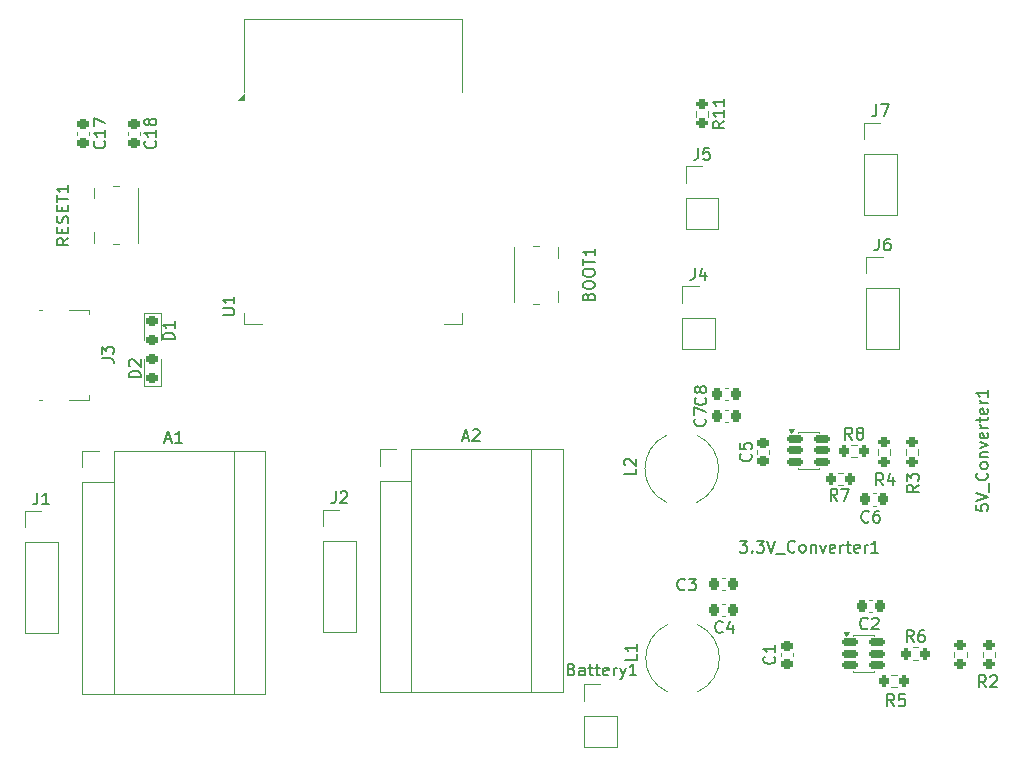
<source format=gto>
%TF.GenerationSoftware,KiCad,Pcbnew,9.0.6*%
%TF.CreationDate,2025-11-17T01:57:32-05:00*%
%TF.ProjectId,DoodleBot,446f6f64-6c65-4426-9f74-2e6b69636164,rev?*%
%TF.SameCoordinates,Original*%
%TF.FileFunction,Legend,Top*%
%TF.FilePolarity,Positive*%
%FSLAX46Y46*%
G04 Gerber Fmt 4.6, Leading zero omitted, Abs format (unit mm)*
G04 Created by KiCad (PCBNEW 9.0.6) date 2025-11-17 01:57:32*
%MOMM*%
%LPD*%
G01*
G04 APERTURE LIST*
G04 Aperture macros list*
%AMRoundRect*
0 Rectangle with rounded corners*
0 $1 Rounding radius*
0 $2 $3 $4 $5 $6 $7 $8 $9 X,Y pos of 4 corners*
0 Add a 4 corners polygon primitive as box body*
4,1,4,$2,$3,$4,$5,$6,$7,$8,$9,$2,$3,0*
0 Add four circle primitives for the rounded corners*
1,1,$1+$1,$2,$3*
1,1,$1+$1,$4,$5*
1,1,$1+$1,$6,$7*
1,1,$1+$1,$8,$9*
0 Add four rect primitives between the rounded corners*
20,1,$1+$1,$2,$3,$4,$5,0*
20,1,$1+$1,$4,$5,$6,$7,0*
20,1,$1+$1,$6,$7,$8,$9,0*
20,1,$1+$1,$8,$9,$2,$3,0*%
G04 Aperture macros list end*
%ADD10C,0.150000*%
%ADD11C,0.120000*%
%ADD12C,2.000000*%
%ADD13R,1.380000X0.450000*%
%ADD14R,1.300000X1.650000*%
%ADD15R,1.550000X1.425000*%
%ADD16R,1.900000X1.800000*%
%ADD17R,1.900000X1.000000*%
%ADD18R,1.000000X1.550000*%
%ADD19RoundRect,0.218750X-0.256250X0.218750X-0.256250X-0.218750X0.256250X-0.218750X0.256250X0.218750X0*%
%ADD20RoundRect,0.218750X0.256250X-0.218750X0.256250X0.218750X-0.256250X0.218750X-0.256250X-0.218750X0*%
%ADD21RoundRect,0.225000X-0.250000X0.225000X-0.250000X-0.225000X0.250000X-0.225000X0.250000X0.225000X0*%
%ADD22RoundRect,0.225000X0.225000X0.250000X-0.225000X0.250000X-0.225000X-0.250000X0.225000X-0.250000X0*%
%ADD23RoundRect,0.200000X0.275000X-0.200000X0.275000X0.200000X-0.275000X0.200000X-0.275000X-0.200000X0*%
%ADD24RoundRect,0.200000X-0.275000X0.200000X-0.275000X-0.200000X0.275000X-0.200000X0.275000X0.200000X0*%
%ADD25RoundRect,0.200000X-0.200000X-0.275000X0.200000X-0.275000X0.200000X0.275000X-0.200000X0.275000X0*%
%ADD26RoundRect,0.150000X-0.512500X-0.150000X0.512500X-0.150000X0.512500X0.150000X-0.512500X0.150000X0*%
%ADD27RoundRect,0.225000X-0.225000X-0.250000X0.225000X-0.250000X0.225000X0.250000X-0.225000X0.250000X0*%
%ADD28RoundRect,0.225000X0.250000X-0.225000X0.250000X0.225000X-0.250000X0.225000X-0.250000X-0.225000X0*%
%ADD29R,1.700000X1.700000*%
%ADD30C,1.700000*%
%ADD31R,1.500000X0.900000*%
%ADD32R,0.900000X1.500000*%
%ADD33C,0.600000*%
%ADD34R,3.900000X3.900000*%
%ADD35R,1.600000X1.600000*%
%ADD36O,1.600000X1.600000*%
G04 APERTURE END LIST*
D10*
X70779819Y-101020833D02*
X71494104Y-101020833D01*
X71494104Y-101020833D02*
X71636961Y-101068452D01*
X71636961Y-101068452D02*
X71732200Y-101163690D01*
X71732200Y-101163690D02*
X71779819Y-101306547D01*
X71779819Y-101306547D02*
X71779819Y-101401785D01*
X70779819Y-100639880D02*
X70779819Y-100020833D01*
X70779819Y-100020833D02*
X71160771Y-100354166D01*
X71160771Y-100354166D02*
X71160771Y-100211309D01*
X71160771Y-100211309D02*
X71208390Y-100116071D01*
X71208390Y-100116071D02*
X71256009Y-100068452D01*
X71256009Y-100068452D02*
X71351247Y-100020833D01*
X71351247Y-100020833D02*
X71589342Y-100020833D01*
X71589342Y-100020833D02*
X71684580Y-100068452D01*
X71684580Y-100068452D02*
X71732200Y-100116071D01*
X71732200Y-100116071D02*
X71779819Y-100211309D01*
X71779819Y-100211309D02*
X71779819Y-100497023D01*
X71779819Y-100497023D02*
X71732200Y-100592261D01*
X71732200Y-100592261D02*
X71684580Y-100639880D01*
X67954819Y-90828571D02*
X67478628Y-91161904D01*
X67954819Y-91399999D02*
X66954819Y-91399999D01*
X66954819Y-91399999D02*
X66954819Y-91019047D01*
X66954819Y-91019047D02*
X67002438Y-90923809D01*
X67002438Y-90923809D02*
X67050057Y-90876190D01*
X67050057Y-90876190D02*
X67145295Y-90828571D01*
X67145295Y-90828571D02*
X67288152Y-90828571D01*
X67288152Y-90828571D02*
X67383390Y-90876190D01*
X67383390Y-90876190D02*
X67431009Y-90923809D01*
X67431009Y-90923809D02*
X67478628Y-91019047D01*
X67478628Y-91019047D02*
X67478628Y-91399999D01*
X67431009Y-90399999D02*
X67431009Y-90066666D01*
X67954819Y-89923809D02*
X67954819Y-90399999D01*
X67954819Y-90399999D02*
X66954819Y-90399999D01*
X66954819Y-90399999D02*
X66954819Y-89923809D01*
X67907200Y-89542856D02*
X67954819Y-89399999D01*
X67954819Y-89399999D02*
X67954819Y-89161904D01*
X67954819Y-89161904D02*
X67907200Y-89066666D01*
X67907200Y-89066666D02*
X67859580Y-89019047D01*
X67859580Y-89019047D02*
X67764342Y-88971428D01*
X67764342Y-88971428D02*
X67669104Y-88971428D01*
X67669104Y-88971428D02*
X67573866Y-89019047D01*
X67573866Y-89019047D02*
X67526247Y-89066666D01*
X67526247Y-89066666D02*
X67478628Y-89161904D01*
X67478628Y-89161904D02*
X67431009Y-89352380D01*
X67431009Y-89352380D02*
X67383390Y-89447618D01*
X67383390Y-89447618D02*
X67335771Y-89495237D01*
X67335771Y-89495237D02*
X67240533Y-89542856D01*
X67240533Y-89542856D02*
X67145295Y-89542856D01*
X67145295Y-89542856D02*
X67050057Y-89495237D01*
X67050057Y-89495237D02*
X67002438Y-89447618D01*
X67002438Y-89447618D02*
X66954819Y-89352380D01*
X66954819Y-89352380D02*
X66954819Y-89114285D01*
X66954819Y-89114285D02*
X67002438Y-88971428D01*
X67431009Y-88542856D02*
X67431009Y-88209523D01*
X67954819Y-88066666D02*
X67954819Y-88542856D01*
X67954819Y-88542856D02*
X66954819Y-88542856D01*
X66954819Y-88542856D02*
X66954819Y-88066666D01*
X66954819Y-87780951D02*
X66954819Y-87209523D01*
X67954819Y-87495237D02*
X66954819Y-87495237D01*
X67954819Y-86352380D02*
X67954819Y-86923808D01*
X67954819Y-86638094D02*
X66954819Y-86638094D01*
X66954819Y-86638094D02*
X67097676Y-86733332D01*
X67097676Y-86733332D02*
X67192914Y-86828570D01*
X67192914Y-86828570D02*
X67240533Y-86923808D01*
X76934819Y-99400594D02*
X75934819Y-99400594D01*
X75934819Y-99400594D02*
X75934819Y-99162499D01*
X75934819Y-99162499D02*
X75982438Y-99019642D01*
X75982438Y-99019642D02*
X76077676Y-98924404D01*
X76077676Y-98924404D02*
X76172914Y-98876785D01*
X76172914Y-98876785D02*
X76363390Y-98829166D01*
X76363390Y-98829166D02*
X76506247Y-98829166D01*
X76506247Y-98829166D02*
X76696723Y-98876785D01*
X76696723Y-98876785D02*
X76791961Y-98924404D01*
X76791961Y-98924404D02*
X76887200Y-99019642D01*
X76887200Y-99019642D02*
X76934819Y-99162499D01*
X76934819Y-99162499D02*
X76934819Y-99400594D01*
X76934819Y-97876785D02*
X76934819Y-98448213D01*
X76934819Y-98162499D02*
X75934819Y-98162499D01*
X75934819Y-98162499D02*
X76077676Y-98257737D01*
X76077676Y-98257737D02*
X76172914Y-98352975D01*
X76172914Y-98352975D02*
X76220533Y-98448213D01*
X74074819Y-102625594D02*
X73074819Y-102625594D01*
X73074819Y-102625594D02*
X73074819Y-102387499D01*
X73074819Y-102387499D02*
X73122438Y-102244642D01*
X73122438Y-102244642D02*
X73217676Y-102149404D01*
X73217676Y-102149404D02*
X73312914Y-102101785D01*
X73312914Y-102101785D02*
X73503390Y-102054166D01*
X73503390Y-102054166D02*
X73646247Y-102054166D01*
X73646247Y-102054166D02*
X73836723Y-102101785D01*
X73836723Y-102101785D02*
X73931961Y-102149404D01*
X73931961Y-102149404D02*
X74027200Y-102244642D01*
X74027200Y-102244642D02*
X74074819Y-102387499D01*
X74074819Y-102387499D02*
X74074819Y-102625594D01*
X73170057Y-101673213D02*
X73122438Y-101625594D01*
X73122438Y-101625594D02*
X73074819Y-101530356D01*
X73074819Y-101530356D02*
X73074819Y-101292261D01*
X73074819Y-101292261D02*
X73122438Y-101197023D01*
X73122438Y-101197023D02*
X73170057Y-101149404D01*
X73170057Y-101149404D02*
X73265295Y-101101785D01*
X73265295Y-101101785D02*
X73360533Y-101101785D01*
X73360533Y-101101785D02*
X73503390Y-101149404D01*
X73503390Y-101149404D02*
X74074819Y-101720832D01*
X74074819Y-101720832D02*
X74074819Y-101101785D01*
X70989580Y-82617857D02*
X71037200Y-82665476D01*
X71037200Y-82665476D02*
X71084819Y-82808333D01*
X71084819Y-82808333D02*
X71084819Y-82903571D01*
X71084819Y-82903571D02*
X71037200Y-83046428D01*
X71037200Y-83046428D02*
X70941961Y-83141666D01*
X70941961Y-83141666D02*
X70846723Y-83189285D01*
X70846723Y-83189285D02*
X70656247Y-83236904D01*
X70656247Y-83236904D02*
X70513390Y-83236904D01*
X70513390Y-83236904D02*
X70322914Y-83189285D01*
X70322914Y-83189285D02*
X70227676Y-83141666D01*
X70227676Y-83141666D02*
X70132438Y-83046428D01*
X70132438Y-83046428D02*
X70084819Y-82903571D01*
X70084819Y-82903571D02*
X70084819Y-82808333D01*
X70084819Y-82808333D02*
X70132438Y-82665476D01*
X70132438Y-82665476D02*
X70180057Y-82617857D01*
X71084819Y-81665476D02*
X71084819Y-82236904D01*
X71084819Y-81951190D02*
X70084819Y-81951190D01*
X70084819Y-81951190D02*
X70227676Y-82046428D01*
X70227676Y-82046428D02*
X70322914Y-82141666D01*
X70322914Y-82141666D02*
X70370533Y-82236904D01*
X70084819Y-81332142D02*
X70084819Y-80665476D01*
X70084819Y-80665476D02*
X71084819Y-81094047D01*
X75289580Y-82617857D02*
X75337200Y-82665476D01*
X75337200Y-82665476D02*
X75384819Y-82808333D01*
X75384819Y-82808333D02*
X75384819Y-82903571D01*
X75384819Y-82903571D02*
X75337200Y-83046428D01*
X75337200Y-83046428D02*
X75241961Y-83141666D01*
X75241961Y-83141666D02*
X75146723Y-83189285D01*
X75146723Y-83189285D02*
X74956247Y-83236904D01*
X74956247Y-83236904D02*
X74813390Y-83236904D01*
X74813390Y-83236904D02*
X74622914Y-83189285D01*
X74622914Y-83189285D02*
X74527676Y-83141666D01*
X74527676Y-83141666D02*
X74432438Y-83046428D01*
X74432438Y-83046428D02*
X74384819Y-82903571D01*
X74384819Y-82903571D02*
X74384819Y-82808333D01*
X74384819Y-82808333D02*
X74432438Y-82665476D01*
X74432438Y-82665476D02*
X74480057Y-82617857D01*
X75384819Y-81665476D02*
X75384819Y-82236904D01*
X75384819Y-81951190D02*
X74384819Y-81951190D01*
X74384819Y-81951190D02*
X74527676Y-82046428D01*
X74527676Y-82046428D02*
X74622914Y-82141666D01*
X74622914Y-82141666D02*
X74670533Y-82236904D01*
X74813390Y-81094047D02*
X74765771Y-81189285D01*
X74765771Y-81189285D02*
X74718152Y-81236904D01*
X74718152Y-81236904D02*
X74622914Y-81284523D01*
X74622914Y-81284523D02*
X74575295Y-81284523D01*
X74575295Y-81284523D02*
X74480057Y-81236904D01*
X74480057Y-81236904D02*
X74432438Y-81189285D01*
X74432438Y-81189285D02*
X74384819Y-81094047D01*
X74384819Y-81094047D02*
X74384819Y-80903571D01*
X74384819Y-80903571D02*
X74432438Y-80808333D01*
X74432438Y-80808333D02*
X74480057Y-80760714D01*
X74480057Y-80760714D02*
X74575295Y-80713095D01*
X74575295Y-80713095D02*
X74622914Y-80713095D01*
X74622914Y-80713095D02*
X74718152Y-80760714D01*
X74718152Y-80760714D02*
X74765771Y-80808333D01*
X74765771Y-80808333D02*
X74813390Y-80903571D01*
X74813390Y-80903571D02*
X74813390Y-81094047D01*
X74813390Y-81094047D02*
X74861009Y-81189285D01*
X74861009Y-81189285D02*
X74908628Y-81236904D01*
X74908628Y-81236904D02*
X75003866Y-81284523D01*
X75003866Y-81284523D02*
X75194342Y-81284523D01*
X75194342Y-81284523D02*
X75289580Y-81236904D01*
X75289580Y-81236904D02*
X75337200Y-81189285D01*
X75337200Y-81189285D02*
X75384819Y-81094047D01*
X75384819Y-81094047D02*
X75384819Y-80903571D01*
X75384819Y-80903571D02*
X75337200Y-80808333D01*
X75337200Y-80808333D02*
X75289580Y-80760714D01*
X75289580Y-80760714D02*
X75194342Y-80713095D01*
X75194342Y-80713095D02*
X75003866Y-80713095D01*
X75003866Y-80713095D02*
X74908628Y-80760714D01*
X74908628Y-80760714D02*
X74861009Y-80808333D01*
X74861009Y-80808333D02*
X74813390Y-80903571D01*
X121840765Y-106125730D02*
X121888385Y-106173349D01*
X121888385Y-106173349D02*
X121936004Y-106316206D01*
X121936004Y-106316206D02*
X121936004Y-106411444D01*
X121936004Y-106411444D02*
X121888385Y-106554301D01*
X121888385Y-106554301D02*
X121793146Y-106649539D01*
X121793146Y-106649539D02*
X121697908Y-106697158D01*
X121697908Y-106697158D02*
X121507432Y-106744777D01*
X121507432Y-106744777D02*
X121364575Y-106744777D01*
X121364575Y-106744777D02*
X121174099Y-106697158D01*
X121174099Y-106697158D02*
X121078861Y-106649539D01*
X121078861Y-106649539D02*
X120983623Y-106554301D01*
X120983623Y-106554301D02*
X120936004Y-106411444D01*
X120936004Y-106411444D02*
X120936004Y-106316206D01*
X120936004Y-106316206D02*
X120983623Y-106173349D01*
X120983623Y-106173349D02*
X121031242Y-106125730D01*
X120936004Y-105792396D02*
X120936004Y-105125730D01*
X120936004Y-105125730D02*
X121936004Y-105554301D01*
X135608333Y-123859580D02*
X135560714Y-123907200D01*
X135560714Y-123907200D02*
X135417857Y-123954819D01*
X135417857Y-123954819D02*
X135322619Y-123954819D01*
X135322619Y-123954819D02*
X135179762Y-123907200D01*
X135179762Y-123907200D02*
X135084524Y-123811961D01*
X135084524Y-123811961D02*
X135036905Y-123716723D01*
X135036905Y-123716723D02*
X134989286Y-123526247D01*
X134989286Y-123526247D02*
X134989286Y-123383390D01*
X134989286Y-123383390D02*
X135036905Y-123192914D01*
X135036905Y-123192914D02*
X135084524Y-123097676D01*
X135084524Y-123097676D02*
X135179762Y-123002438D01*
X135179762Y-123002438D02*
X135322619Y-122954819D01*
X135322619Y-122954819D02*
X135417857Y-122954819D01*
X135417857Y-122954819D02*
X135560714Y-123002438D01*
X135560714Y-123002438D02*
X135608333Y-123050057D01*
X135989286Y-123050057D02*
X136036905Y-123002438D01*
X136036905Y-123002438D02*
X136132143Y-122954819D01*
X136132143Y-122954819D02*
X136370238Y-122954819D01*
X136370238Y-122954819D02*
X136465476Y-123002438D01*
X136465476Y-123002438D02*
X136513095Y-123050057D01*
X136513095Y-123050057D02*
X136560714Y-123145295D01*
X136560714Y-123145295D02*
X136560714Y-123240533D01*
X136560714Y-123240533D02*
X136513095Y-123383390D01*
X136513095Y-123383390D02*
X135941667Y-123954819D01*
X135941667Y-123954819D02*
X136560714Y-123954819D01*
X116004819Y-110366666D02*
X116004819Y-110842856D01*
X116004819Y-110842856D02*
X115004819Y-110842856D01*
X115100057Y-110080951D02*
X115052438Y-110033332D01*
X115052438Y-110033332D02*
X115004819Y-109938094D01*
X115004819Y-109938094D02*
X115004819Y-109699999D01*
X115004819Y-109699999D02*
X115052438Y-109604761D01*
X115052438Y-109604761D02*
X115100057Y-109557142D01*
X115100057Y-109557142D02*
X115195295Y-109509523D01*
X115195295Y-109509523D02*
X115290533Y-109509523D01*
X115290533Y-109509523D02*
X115433390Y-109557142D01*
X115433390Y-109557142D02*
X116004819Y-110128570D01*
X116004819Y-110128570D02*
X116004819Y-109509523D01*
X136933333Y-111754819D02*
X136600000Y-111278628D01*
X136361905Y-111754819D02*
X136361905Y-110754819D01*
X136361905Y-110754819D02*
X136742857Y-110754819D01*
X136742857Y-110754819D02*
X136838095Y-110802438D01*
X136838095Y-110802438D02*
X136885714Y-110850057D01*
X136885714Y-110850057D02*
X136933333Y-110945295D01*
X136933333Y-110945295D02*
X136933333Y-111088152D01*
X136933333Y-111088152D02*
X136885714Y-111183390D01*
X136885714Y-111183390D02*
X136838095Y-111231009D01*
X136838095Y-111231009D02*
X136742857Y-111278628D01*
X136742857Y-111278628D02*
X136361905Y-111278628D01*
X137790476Y-111088152D02*
X137790476Y-111754819D01*
X137552381Y-110707200D02*
X137314286Y-111421485D01*
X137314286Y-111421485D02*
X137933333Y-111421485D01*
X139936004Y-111725730D02*
X139459813Y-112059063D01*
X139936004Y-112297158D02*
X138936004Y-112297158D01*
X138936004Y-112297158D02*
X138936004Y-111916206D01*
X138936004Y-111916206D02*
X138983623Y-111820968D01*
X138983623Y-111820968D02*
X139031242Y-111773349D01*
X139031242Y-111773349D02*
X139126480Y-111725730D01*
X139126480Y-111725730D02*
X139269337Y-111725730D01*
X139269337Y-111725730D02*
X139364575Y-111773349D01*
X139364575Y-111773349D02*
X139412194Y-111820968D01*
X139412194Y-111820968D02*
X139459813Y-111916206D01*
X139459813Y-111916206D02*
X139459813Y-112297158D01*
X138936004Y-111392396D02*
X138936004Y-110773349D01*
X138936004Y-110773349D02*
X139316956Y-111106682D01*
X139316956Y-111106682D02*
X139316956Y-110963825D01*
X139316956Y-110963825D02*
X139364575Y-110868587D01*
X139364575Y-110868587D02*
X139412194Y-110820968D01*
X139412194Y-110820968D02*
X139507432Y-110773349D01*
X139507432Y-110773349D02*
X139745527Y-110773349D01*
X139745527Y-110773349D02*
X139840765Y-110820968D01*
X139840765Y-110820968D02*
X139888385Y-110868587D01*
X139888385Y-110868587D02*
X139936004Y-110963825D01*
X139936004Y-110963825D02*
X139936004Y-111249539D01*
X139936004Y-111249539D02*
X139888385Y-111344777D01*
X139888385Y-111344777D02*
X139840765Y-111392396D01*
X134314518Y-107883883D02*
X133981185Y-107407692D01*
X133743090Y-107883883D02*
X133743090Y-106883883D01*
X133743090Y-106883883D02*
X134124042Y-106883883D01*
X134124042Y-106883883D02*
X134219280Y-106931502D01*
X134219280Y-106931502D02*
X134266899Y-106979121D01*
X134266899Y-106979121D02*
X134314518Y-107074359D01*
X134314518Y-107074359D02*
X134314518Y-107217216D01*
X134314518Y-107217216D02*
X134266899Y-107312454D01*
X134266899Y-107312454D02*
X134219280Y-107360073D01*
X134219280Y-107360073D02*
X134124042Y-107407692D01*
X134124042Y-107407692D02*
X133743090Y-107407692D01*
X134885947Y-107312454D02*
X134790709Y-107264835D01*
X134790709Y-107264835D02*
X134743090Y-107217216D01*
X134743090Y-107217216D02*
X134695471Y-107121978D01*
X134695471Y-107121978D02*
X134695471Y-107074359D01*
X134695471Y-107074359D02*
X134743090Y-106979121D01*
X134743090Y-106979121D02*
X134790709Y-106931502D01*
X134790709Y-106931502D02*
X134885947Y-106883883D01*
X134885947Y-106883883D02*
X135076423Y-106883883D01*
X135076423Y-106883883D02*
X135171661Y-106931502D01*
X135171661Y-106931502D02*
X135219280Y-106979121D01*
X135219280Y-106979121D02*
X135266899Y-107074359D01*
X135266899Y-107074359D02*
X135266899Y-107121978D01*
X135266899Y-107121978D02*
X135219280Y-107217216D01*
X135219280Y-107217216D02*
X135171661Y-107264835D01*
X135171661Y-107264835D02*
X135076423Y-107312454D01*
X135076423Y-107312454D02*
X134885947Y-107312454D01*
X134885947Y-107312454D02*
X134790709Y-107360073D01*
X134790709Y-107360073D02*
X134743090Y-107407692D01*
X134743090Y-107407692D02*
X134695471Y-107502930D01*
X134695471Y-107502930D02*
X134695471Y-107693406D01*
X134695471Y-107693406D02*
X134743090Y-107788644D01*
X134743090Y-107788644D02*
X134790709Y-107836264D01*
X134790709Y-107836264D02*
X134885947Y-107883883D01*
X134885947Y-107883883D02*
X135076423Y-107883883D01*
X135076423Y-107883883D02*
X135171661Y-107836264D01*
X135171661Y-107836264D02*
X135219280Y-107788644D01*
X135219280Y-107788644D02*
X135266899Y-107693406D01*
X135266899Y-107693406D02*
X135266899Y-107502930D01*
X135266899Y-107502930D02*
X135219280Y-107407692D01*
X135219280Y-107407692D02*
X135171661Y-107360073D01*
X135171661Y-107360073D02*
X135076423Y-107312454D01*
X144804819Y-113395239D02*
X144804819Y-113871429D01*
X144804819Y-113871429D02*
X145281009Y-113919048D01*
X145281009Y-113919048D02*
X145233390Y-113871429D01*
X145233390Y-113871429D02*
X145185771Y-113776191D01*
X145185771Y-113776191D02*
X145185771Y-113538096D01*
X145185771Y-113538096D02*
X145233390Y-113442858D01*
X145233390Y-113442858D02*
X145281009Y-113395239D01*
X145281009Y-113395239D02*
X145376247Y-113347620D01*
X145376247Y-113347620D02*
X145614342Y-113347620D01*
X145614342Y-113347620D02*
X145709580Y-113395239D01*
X145709580Y-113395239D02*
X145757200Y-113442858D01*
X145757200Y-113442858D02*
X145804819Y-113538096D01*
X145804819Y-113538096D02*
X145804819Y-113776191D01*
X145804819Y-113776191D02*
X145757200Y-113871429D01*
X145757200Y-113871429D02*
X145709580Y-113919048D01*
X144804819Y-113061905D02*
X145804819Y-112728572D01*
X145804819Y-112728572D02*
X144804819Y-112395239D01*
X145900057Y-112300001D02*
X145900057Y-111538096D01*
X145709580Y-110728572D02*
X145757200Y-110776191D01*
X145757200Y-110776191D02*
X145804819Y-110919048D01*
X145804819Y-110919048D02*
X145804819Y-111014286D01*
X145804819Y-111014286D02*
X145757200Y-111157143D01*
X145757200Y-111157143D02*
X145661961Y-111252381D01*
X145661961Y-111252381D02*
X145566723Y-111300000D01*
X145566723Y-111300000D02*
X145376247Y-111347619D01*
X145376247Y-111347619D02*
X145233390Y-111347619D01*
X145233390Y-111347619D02*
X145042914Y-111300000D01*
X145042914Y-111300000D02*
X144947676Y-111252381D01*
X144947676Y-111252381D02*
X144852438Y-111157143D01*
X144852438Y-111157143D02*
X144804819Y-111014286D01*
X144804819Y-111014286D02*
X144804819Y-110919048D01*
X144804819Y-110919048D02*
X144852438Y-110776191D01*
X144852438Y-110776191D02*
X144900057Y-110728572D01*
X145804819Y-110157143D02*
X145757200Y-110252381D01*
X145757200Y-110252381D02*
X145709580Y-110300000D01*
X145709580Y-110300000D02*
X145614342Y-110347619D01*
X145614342Y-110347619D02*
X145328628Y-110347619D01*
X145328628Y-110347619D02*
X145233390Y-110300000D01*
X145233390Y-110300000D02*
X145185771Y-110252381D01*
X145185771Y-110252381D02*
X145138152Y-110157143D01*
X145138152Y-110157143D02*
X145138152Y-110014286D01*
X145138152Y-110014286D02*
X145185771Y-109919048D01*
X145185771Y-109919048D02*
X145233390Y-109871429D01*
X145233390Y-109871429D02*
X145328628Y-109823810D01*
X145328628Y-109823810D02*
X145614342Y-109823810D01*
X145614342Y-109823810D02*
X145709580Y-109871429D01*
X145709580Y-109871429D02*
X145757200Y-109919048D01*
X145757200Y-109919048D02*
X145804819Y-110014286D01*
X145804819Y-110014286D02*
X145804819Y-110157143D01*
X145138152Y-109395238D02*
X145804819Y-109395238D01*
X145233390Y-109395238D02*
X145185771Y-109347619D01*
X145185771Y-109347619D02*
X145138152Y-109252381D01*
X145138152Y-109252381D02*
X145138152Y-109109524D01*
X145138152Y-109109524D02*
X145185771Y-109014286D01*
X145185771Y-109014286D02*
X145281009Y-108966667D01*
X145281009Y-108966667D02*
X145804819Y-108966667D01*
X145138152Y-108585714D02*
X145804819Y-108347619D01*
X145804819Y-108347619D02*
X145138152Y-108109524D01*
X145757200Y-107347619D02*
X145804819Y-107442857D01*
X145804819Y-107442857D02*
X145804819Y-107633333D01*
X145804819Y-107633333D02*
X145757200Y-107728571D01*
X145757200Y-107728571D02*
X145661961Y-107776190D01*
X145661961Y-107776190D02*
X145281009Y-107776190D01*
X145281009Y-107776190D02*
X145185771Y-107728571D01*
X145185771Y-107728571D02*
X145138152Y-107633333D01*
X145138152Y-107633333D02*
X145138152Y-107442857D01*
X145138152Y-107442857D02*
X145185771Y-107347619D01*
X145185771Y-107347619D02*
X145281009Y-107300000D01*
X145281009Y-107300000D02*
X145376247Y-107300000D01*
X145376247Y-107300000D02*
X145471485Y-107776190D01*
X145804819Y-106871428D02*
X145138152Y-106871428D01*
X145328628Y-106871428D02*
X145233390Y-106823809D01*
X145233390Y-106823809D02*
X145185771Y-106776190D01*
X145185771Y-106776190D02*
X145138152Y-106680952D01*
X145138152Y-106680952D02*
X145138152Y-106585714D01*
X145138152Y-106395237D02*
X145138152Y-106014285D01*
X144804819Y-106252380D02*
X145661961Y-106252380D01*
X145661961Y-106252380D02*
X145757200Y-106204761D01*
X145757200Y-106204761D02*
X145804819Y-106109523D01*
X145804819Y-106109523D02*
X145804819Y-106014285D01*
X145757200Y-105299999D02*
X145804819Y-105395237D01*
X145804819Y-105395237D02*
X145804819Y-105585713D01*
X145804819Y-105585713D02*
X145757200Y-105680951D01*
X145757200Y-105680951D02*
X145661961Y-105728570D01*
X145661961Y-105728570D02*
X145281009Y-105728570D01*
X145281009Y-105728570D02*
X145185771Y-105680951D01*
X145185771Y-105680951D02*
X145138152Y-105585713D01*
X145138152Y-105585713D02*
X145138152Y-105395237D01*
X145138152Y-105395237D02*
X145185771Y-105299999D01*
X145185771Y-105299999D02*
X145281009Y-105252380D01*
X145281009Y-105252380D02*
X145376247Y-105252380D01*
X145376247Y-105252380D02*
X145471485Y-105728570D01*
X145804819Y-104823808D02*
X145138152Y-104823808D01*
X145328628Y-104823808D02*
X145233390Y-104776189D01*
X145233390Y-104776189D02*
X145185771Y-104728570D01*
X145185771Y-104728570D02*
X145138152Y-104633332D01*
X145138152Y-104633332D02*
X145138152Y-104538094D01*
X145804819Y-103680951D02*
X145804819Y-104252379D01*
X145804819Y-103966665D02*
X144804819Y-103966665D01*
X144804819Y-103966665D02*
X144947676Y-104061903D01*
X144947676Y-104061903D02*
X145042914Y-104157141D01*
X145042914Y-104157141D02*
X145090533Y-104252379D01*
X121865765Y-104325730D02*
X121913385Y-104373349D01*
X121913385Y-104373349D02*
X121961004Y-104516206D01*
X121961004Y-104516206D02*
X121961004Y-104611444D01*
X121961004Y-104611444D02*
X121913385Y-104754301D01*
X121913385Y-104754301D02*
X121818146Y-104849539D01*
X121818146Y-104849539D02*
X121722908Y-104897158D01*
X121722908Y-104897158D02*
X121532432Y-104944777D01*
X121532432Y-104944777D02*
X121389575Y-104944777D01*
X121389575Y-104944777D02*
X121199099Y-104897158D01*
X121199099Y-104897158D02*
X121103861Y-104849539D01*
X121103861Y-104849539D02*
X121008623Y-104754301D01*
X121008623Y-104754301D02*
X120961004Y-104611444D01*
X120961004Y-104611444D02*
X120961004Y-104516206D01*
X120961004Y-104516206D02*
X121008623Y-104373349D01*
X121008623Y-104373349D02*
X121056242Y-104325730D01*
X121389575Y-103754301D02*
X121341956Y-103849539D01*
X121341956Y-103849539D02*
X121294337Y-103897158D01*
X121294337Y-103897158D02*
X121199099Y-103944777D01*
X121199099Y-103944777D02*
X121151480Y-103944777D01*
X121151480Y-103944777D02*
X121056242Y-103897158D01*
X121056242Y-103897158D02*
X121008623Y-103849539D01*
X121008623Y-103849539D02*
X120961004Y-103754301D01*
X120961004Y-103754301D02*
X120961004Y-103563825D01*
X120961004Y-103563825D02*
X121008623Y-103468587D01*
X121008623Y-103468587D02*
X121056242Y-103420968D01*
X121056242Y-103420968D02*
X121151480Y-103373349D01*
X121151480Y-103373349D02*
X121199099Y-103373349D01*
X121199099Y-103373349D02*
X121294337Y-103420968D01*
X121294337Y-103420968D02*
X121341956Y-103468587D01*
X121341956Y-103468587D02*
X121389575Y-103563825D01*
X121389575Y-103563825D02*
X121389575Y-103754301D01*
X121389575Y-103754301D02*
X121437194Y-103849539D01*
X121437194Y-103849539D02*
X121484813Y-103897158D01*
X121484813Y-103897158D02*
X121580051Y-103944777D01*
X121580051Y-103944777D02*
X121770527Y-103944777D01*
X121770527Y-103944777D02*
X121865765Y-103897158D01*
X121865765Y-103897158D02*
X121913385Y-103849539D01*
X121913385Y-103849539D02*
X121961004Y-103754301D01*
X121961004Y-103754301D02*
X121961004Y-103563825D01*
X121961004Y-103563825D02*
X121913385Y-103468587D01*
X121913385Y-103468587D02*
X121865765Y-103420968D01*
X121865765Y-103420968D02*
X121770527Y-103373349D01*
X121770527Y-103373349D02*
X121580051Y-103373349D01*
X121580051Y-103373349D02*
X121484813Y-103420968D01*
X121484813Y-103420968D02*
X121437194Y-103468587D01*
X121437194Y-103468587D02*
X121389575Y-103563825D01*
X135714518Y-114818644D02*
X135666899Y-114866264D01*
X135666899Y-114866264D02*
X135524042Y-114913883D01*
X135524042Y-114913883D02*
X135428804Y-114913883D01*
X135428804Y-114913883D02*
X135285947Y-114866264D01*
X135285947Y-114866264D02*
X135190709Y-114771025D01*
X135190709Y-114771025D02*
X135143090Y-114675787D01*
X135143090Y-114675787D02*
X135095471Y-114485311D01*
X135095471Y-114485311D02*
X135095471Y-114342454D01*
X135095471Y-114342454D02*
X135143090Y-114151978D01*
X135143090Y-114151978D02*
X135190709Y-114056740D01*
X135190709Y-114056740D02*
X135285947Y-113961502D01*
X135285947Y-113961502D02*
X135428804Y-113913883D01*
X135428804Y-113913883D02*
X135524042Y-113913883D01*
X135524042Y-113913883D02*
X135666899Y-113961502D01*
X135666899Y-113961502D02*
X135714518Y-114009121D01*
X136571661Y-113913883D02*
X136381185Y-113913883D01*
X136381185Y-113913883D02*
X136285947Y-113961502D01*
X136285947Y-113961502D02*
X136238328Y-114009121D01*
X136238328Y-114009121D02*
X136143090Y-114151978D01*
X136143090Y-114151978D02*
X136095471Y-114342454D01*
X136095471Y-114342454D02*
X136095471Y-114723406D01*
X136095471Y-114723406D02*
X136143090Y-114818644D01*
X136143090Y-114818644D02*
X136190709Y-114866264D01*
X136190709Y-114866264D02*
X136285947Y-114913883D01*
X136285947Y-114913883D02*
X136476423Y-114913883D01*
X136476423Y-114913883D02*
X136571661Y-114866264D01*
X136571661Y-114866264D02*
X136619280Y-114818644D01*
X136619280Y-114818644D02*
X136666899Y-114723406D01*
X136666899Y-114723406D02*
X136666899Y-114485311D01*
X136666899Y-114485311D02*
X136619280Y-114390073D01*
X136619280Y-114390073D02*
X136571661Y-114342454D01*
X136571661Y-114342454D02*
X136476423Y-114294835D01*
X136476423Y-114294835D02*
X136285947Y-114294835D01*
X136285947Y-114294835D02*
X136190709Y-114342454D01*
X136190709Y-114342454D02*
X136143090Y-114390073D01*
X136143090Y-114390073D02*
X136095471Y-114485311D01*
X125710765Y-109100730D02*
X125758385Y-109148349D01*
X125758385Y-109148349D02*
X125806004Y-109291206D01*
X125806004Y-109291206D02*
X125806004Y-109386444D01*
X125806004Y-109386444D02*
X125758385Y-109529301D01*
X125758385Y-109529301D02*
X125663146Y-109624539D01*
X125663146Y-109624539D02*
X125567908Y-109672158D01*
X125567908Y-109672158D02*
X125377432Y-109719777D01*
X125377432Y-109719777D02*
X125234575Y-109719777D01*
X125234575Y-109719777D02*
X125044099Y-109672158D01*
X125044099Y-109672158D02*
X124948861Y-109624539D01*
X124948861Y-109624539D02*
X124853623Y-109529301D01*
X124853623Y-109529301D02*
X124806004Y-109386444D01*
X124806004Y-109386444D02*
X124806004Y-109291206D01*
X124806004Y-109291206D02*
X124853623Y-109148349D01*
X124853623Y-109148349D02*
X124901242Y-109100730D01*
X124806004Y-108195968D02*
X124806004Y-108672158D01*
X124806004Y-108672158D02*
X125282194Y-108719777D01*
X125282194Y-108719777D02*
X125234575Y-108672158D01*
X125234575Y-108672158D02*
X125186956Y-108576920D01*
X125186956Y-108576920D02*
X125186956Y-108338825D01*
X125186956Y-108338825D02*
X125234575Y-108243587D01*
X125234575Y-108243587D02*
X125282194Y-108195968D01*
X125282194Y-108195968D02*
X125377432Y-108148349D01*
X125377432Y-108148349D02*
X125615527Y-108148349D01*
X125615527Y-108148349D02*
X125710765Y-108195968D01*
X125710765Y-108195968D02*
X125758385Y-108243587D01*
X125758385Y-108243587D02*
X125806004Y-108338825D01*
X125806004Y-108338825D02*
X125806004Y-108576920D01*
X125806004Y-108576920D02*
X125758385Y-108672158D01*
X125758385Y-108672158D02*
X125710765Y-108719777D01*
X111981009Y-95758333D02*
X112028628Y-95615476D01*
X112028628Y-95615476D02*
X112076247Y-95567857D01*
X112076247Y-95567857D02*
X112171485Y-95520238D01*
X112171485Y-95520238D02*
X112314342Y-95520238D01*
X112314342Y-95520238D02*
X112409580Y-95567857D01*
X112409580Y-95567857D02*
X112457200Y-95615476D01*
X112457200Y-95615476D02*
X112504819Y-95710714D01*
X112504819Y-95710714D02*
X112504819Y-96091666D01*
X112504819Y-96091666D02*
X111504819Y-96091666D01*
X111504819Y-96091666D02*
X111504819Y-95758333D01*
X111504819Y-95758333D02*
X111552438Y-95663095D01*
X111552438Y-95663095D02*
X111600057Y-95615476D01*
X111600057Y-95615476D02*
X111695295Y-95567857D01*
X111695295Y-95567857D02*
X111790533Y-95567857D01*
X111790533Y-95567857D02*
X111885771Y-95615476D01*
X111885771Y-95615476D02*
X111933390Y-95663095D01*
X111933390Y-95663095D02*
X111981009Y-95758333D01*
X111981009Y-95758333D02*
X111981009Y-96091666D01*
X111504819Y-94901190D02*
X111504819Y-94710714D01*
X111504819Y-94710714D02*
X111552438Y-94615476D01*
X111552438Y-94615476D02*
X111647676Y-94520238D01*
X111647676Y-94520238D02*
X111838152Y-94472619D01*
X111838152Y-94472619D02*
X112171485Y-94472619D01*
X112171485Y-94472619D02*
X112361961Y-94520238D01*
X112361961Y-94520238D02*
X112457200Y-94615476D01*
X112457200Y-94615476D02*
X112504819Y-94710714D01*
X112504819Y-94710714D02*
X112504819Y-94901190D01*
X112504819Y-94901190D02*
X112457200Y-94996428D01*
X112457200Y-94996428D02*
X112361961Y-95091666D01*
X112361961Y-95091666D02*
X112171485Y-95139285D01*
X112171485Y-95139285D02*
X111838152Y-95139285D01*
X111838152Y-95139285D02*
X111647676Y-95091666D01*
X111647676Y-95091666D02*
X111552438Y-94996428D01*
X111552438Y-94996428D02*
X111504819Y-94901190D01*
X111504819Y-93853571D02*
X111504819Y-93663095D01*
X111504819Y-93663095D02*
X111552438Y-93567857D01*
X111552438Y-93567857D02*
X111647676Y-93472619D01*
X111647676Y-93472619D02*
X111838152Y-93425000D01*
X111838152Y-93425000D02*
X112171485Y-93425000D01*
X112171485Y-93425000D02*
X112361961Y-93472619D01*
X112361961Y-93472619D02*
X112457200Y-93567857D01*
X112457200Y-93567857D02*
X112504819Y-93663095D01*
X112504819Y-93663095D02*
X112504819Y-93853571D01*
X112504819Y-93853571D02*
X112457200Y-93948809D01*
X112457200Y-93948809D02*
X112361961Y-94044047D01*
X112361961Y-94044047D02*
X112171485Y-94091666D01*
X112171485Y-94091666D02*
X111838152Y-94091666D01*
X111838152Y-94091666D02*
X111647676Y-94044047D01*
X111647676Y-94044047D02*
X111552438Y-93948809D01*
X111552438Y-93948809D02*
X111504819Y-93853571D01*
X111504819Y-93139285D02*
X111504819Y-92567857D01*
X112504819Y-92853571D02*
X111504819Y-92853571D01*
X112504819Y-91710714D02*
X112504819Y-92282142D01*
X112504819Y-91996428D02*
X111504819Y-91996428D01*
X111504819Y-91996428D02*
X111647676Y-92091666D01*
X111647676Y-92091666D02*
X111742914Y-92186904D01*
X111742914Y-92186904D02*
X111790533Y-92282142D01*
X137858333Y-130454819D02*
X137525000Y-129978628D01*
X137286905Y-130454819D02*
X137286905Y-129454819D01*
X137286905Y-129454819D02*
X137667857Y-129454819D01*
X137667857Y-129454819D02*
X137763095Y-129502438D01*
X137763095Y-129502438D02*
X137810714Y-129550057D01*
X137810714Y-129550057D02*
X137858333Y-129645295D01*
X137858333Y-129645295D02*
X137858333Y-129788152D01*
X137858333Y-129788152D02*
X137810714Y-129883390D01*
X137810714Y-129883390D02*
X137763095Y-129931009D01*
X137763095Y-129931009D02*
X137667857Y-129978628D01*
X137667857Y-129978628D02*
X137286905Y-129978628D01*
X138763095Y-129454819D02*
X138286905Y-129454819D01*
X138286905Y-129454819D02*
X138239286Y-129931009D01*
X138239286Y-129931009D02*
X138286905Y-129883390D01*
X138286905Y-129883390D02*
X138382143Y-129835771D01*
X138382143Y-129835771D02*
X138620238Y-129835771D01*
X138620238Y-129835771D02*
X138715476Y-129883390D01*
X138715476Y-129883390D02*
X138763095Y-129931009D01*
X138763095Y-129931009D02*
X138810714Y-130026247D01*
X138810714Y-130026247D02*
X138810714Y-130264342D01*
X138810714Y-130264342D02*
X138763095Y-130359580D01*
X138763095Y-130359580D02*
X138715476Y-130407200D01*
X138715476Y-130407200D02*
X138620238Y-130454819D01*
X138620238Y-130454819D02*
X138382143Y-130454819D01*
X138382143Y-130454819D02*
X138286905Y-130407200D01*
X138286905Y-130407200D02*
X138239286Y-130359580D01*
X139508333Y-125024819D02*
X139175000Y-124548628D01*
X138936905Y-125024819D02*
X138936905Y-124024819D01*
X138936905Y-124024819D02*
X139317857Y-124024819D01*
X139317857Y-124024819D02*
X139413095Y-124072438D01*
X139413095Y-124072438D02*
X139460714Y-124120057D01*
X139460714Y-124120057D02*
X139508333Y-124215295D01*
X139508333Y-124215295D02*
X139508333Y-124358152D01*
X139508333Y-124358152D02*
X139460714Y-124453390D01*
X139460714Y-124453390D02*
X139413095Y-124501009D01*
X139413095Y-124501009D02*
X139317857Y-124548628D01*
X139317857Y-124548628D02*
X138936905Y-124548628D01*
X140365476Y-124024819D02*
X140175000Y-124024819D01*
X140175000Y-124024819D02*
X140079762Y-124072438D01*
X140079762Y-124072438D02*
X140032143Y-124120057D01*
X140032143Y-124120057D02*
X139936905Y-124262914D01*
X139936905Y-124262914D02*
X139889286Y-124453390D01*
X139889286Y-124453390D02*
X139889286Y-124834342D01*
X139889286Y-124834342D02*
X139936905Y-124929580D01*
X139936905Y-124929580D02*
X139984524Y-124977200D01*
X139984524Y-124977200D02*
X140079762Y-125024819D01*
X140079762Y-125024819D02*
X140270238Y-125024819D01*
X140270238Y-125024819D02*
X140365476Y-124977200D01*
X140365476Y-124977200D02*
X140413095Y-124929580D01*
X140413095Y-124929580D02*
X140460714Y-124834342D01*
X140460714Y-124834342D02*
X140460714Y-124596247D01*
X140460714Y-124596247D02*
X140413095Y-124501009D01*
X140413095Y-124501009D02*
X140365476Y-124453390D01*
X140365476Y-124453390D02*
X140270238Y-124405771D01*
X140270238Y-124405771D02*
X140079762Y-124405771D01*
X140079762Y-124405771D02*
X139984524Y-124453390D01*
X139984524Y-124453390D02*
X139936905Y-124501009D01*
X139936905Y-124501009D02*
X139889286Y-124596247D01*
X123484819Y-80942857D02*
X123008628Y-81276190D01*
X123484819Y-81514285D02*
X122484819Y-81514285D01*
X122484819Y-81514285D02*
X122484819Y-81133333D01*
X122484819Y-81133333D02*
X122532438Y-81038095D01*
X122532438Y-81038095D02*
X122580057Y-80990476D01*
X122580057Y-80990476D02*
X122675295Y-80942857D01*
X122675295Y-80942857D02*
X122818152Y-80942857D01*
X122818152Y-80942857D02*
X122913390Y-80990476D01*
X122913390Y-80990476D02*
X122961009Y-81038095D01*
X122961009Y-81038095D02*
X123008628Y-81133333D01*
X123008628Y-81133333D02*
X123008628Y-81514285D01*
X123484819Y-79990476D02*
X123484819Y-80561904D01*
X123484819Y-80276190D02*
X122484819Y-80276190D01*
X122484819Y-80276190D02*
X122627676Y-80371428D01*
X122627676Y-80371428D02*
X122722914Y-80466666D01*
X122722914Y-80466666D02*
X122770533Y-80561904D01*
X123484819Y-79038095D02*
X123484819Y-79609523D01*
X123484819Y-79323809D02*
X122484819Y-79323809D01*
X122484819Y-79323809D02*
X122627676Y-79419047D01*
X122627676Y-79419047D02*
X122722914Y-79514285D01*
X122722914Y-79514285D02*
X122770533Y-79609523D01*
X116054819Y-126066666D02*
X116054819Y-126542856D01*
X116054819Y-126542856D02*
X115054819Y-126542856D01*
X116054819Y-125209523D02*
X116054819Y-125780951D01*
X116054819Y-125495237D02*
X115054819Y-125495237D01*
X115054819Y-125495237D02*
X115197676Y-125590475D01*
X115197676Y-125590475D02*
X115292914Y-125685713D01*
X115292914Y-125685713D02*
X115340533Y-125780951D01*
X136366666Y-79514819D02*
X136366666Y-80229104D01*
X136366666Y-80229104D02*
X136319047Y-80371961D01*
X136319047Y-80371961D02*
X136223809Y-80467200D01*
X136223809Y-80467200D02*
X136080952Y-80514819D01*
X136080952Y-80514819D02*
X135985714Y-80514819D01*
X136747619Y-79514819D02*
X137414285Y-79514819D01*
X137414285Y-79514819D02*
X136985714Y-80514819D01*
X136566666Y-90874819D02*
X136566666Y-91589104D01*
X136566666Y-91589104D02*
X136519047Y-91731961D01*
X136519047Y-91731961D02*
X136423809Y-91827200D01*
X136423809Y-91827200D02*
X136280952Y-91874819D01*
X136280952Y-91874819D02*
X136185714Y-91874819D01*
X137471428Y-90874819D02*
X137280952Y-90874819D01*
X137280952Y-90874819D02*
X137185714Y-90922438D01*
X137185714Y-90922438D02*
X137138095Y-90970057D01*
X137138095Y-90970057D02*
X137042857Y-91112914D01*
X137042857Y-91112914D02*
X136995238Y-91303390D01*
X136995238Y-91303390D02*
X136995238Y-91684342D01*
X136995238Y-91684342D02*
X137042857Y-91779580D01*
X137042857Y-91779580D02*
X137090476Y-91827200D01*
X137090476Y-91827200D02*
X137185714Y-91874819D01*
X137185714Y-91874819D02*
X137376190Y-91874819D01*
X137376190Y-91874819D02*
X137471428Y-91827200D01*
X137471428Y-91827200D02*
X137519047Y-91779580D01*
X137519047Y-91779580D02*
X137566666Y-91684342D01*
X137566666Y-91684342D02*
X137566666Y-91446247D01*
X137566666Y-91446247D02*
X137519047Y-91351009D01*
X137519047Y-91351009D02*
X137471428Y-91303390D01*
X137471428Y-91303390D02*
X137376190Y-91255771D01*
X137376190Y-91255771D02*
X137185714Y-91255771D01*
X137185714Y-91255771D02*
X137090476Y-91303390D01*
X137090476Y-91303390D02*
X137042857Y-91351009D01*
X137042857Y-91351009D02*
X136995238Y-91446247D01*
X121266666Y-83199819D02*
X121266666Y-83914104D01*
X121266666Y-83914104D02*
X121219047Y-84056961D01*
X121219047Y-84056961D02*
X121123809Y-84152200D01*
X121123809Y-84152200D02*
X120980952Y-84199819D01*
X120980952Y-84199819D02*
X120885714Y-84199819D01*
X122219047Y-83199819D02*
X121742857Y-83199819D01*
X121742857Y-83199819D02*
X121695238Y-83676009D01*
X121695238Y-83676009D02*
X121742857Y-83628390D01*
X121742857Y-83628390D02*
X121838095Y-83580771D01*
X121838095Y-83580771D02*
X122076190Y-83580771D01*
X122076190Y-83580771D02*
X122171428Y-83628390D01*
X122171428Y-83628390D02*
X122219047Y-83676009D01*
X122219047Y-83676009D02*
X122266666Y-83771247D01*
X122266666Y-83771247D02*
X122266666Y-84009342D01*
X122266666Y-84009342D02*
X122219047Y-84104580D01*
X122219047Y-84104580D02*
X122171428Y-84152200D01*
X122171428Y-84152200D02*
X122076190Y-84199819D01*
X122076190Y-84199819D02*
X121838095Y-84199819D01*
X121838095Y-84199819D02*
X121742857Y-84152200D01*
X121742857Y-84152200D02*
X121695238Y-84104580D01*
X120966666Y-93374819D02*
X120966666Y-94089104D01*
X120966666Y-94089104D02*
X120919047Y-94231961D01*
X120919047Y-94231961D02*
X120823809Y-94327200D01*
X120823809Y-94327200D02*
X120680952Y-94374819D01*
X120680952Y-94374819D02*
X120585714Y-94374819D01*
X121871428Y-93708152D02*
X121871428Y-94374819D01*
X121633333Y-93327200D02*
X121395238Y-94041485D01*
X121395238Y-94041485D02*
X122014285Y-94041485D01*
X90566666Y-112274819D02*
X90566666Y-112989104D01*
X90566666Y-112989104D02*
X90519047Y-113131961D01*
X90519047Y-113131961D02*
X90423809Y-113227200D01*
X90423809Y-113227200D02*
X90280952Y-113274819D01*
X90280952Y-113274819D02*
X90185714Y-113274819D01*
X90995238Y-112370057D02*
X91042857Y-112322438D01*
X91042857Y-112322438D02*
X91138095Y-112274819D01*
X91138095Y-112274819D02*
X91376190Y-112274819D01*
X91376190Y-112274819D02*
X91471428Y-112322438D01*
X91471428Y-112322438D02*
X91519047Y-112370057D01*
X91519047Y-112370057D02*
X91566666Y-112465295D01*
X91566666Y-112465295D02*
X91566666Y-112560533D01*
X91566666Y-112560533D02*
X91519047Y-112703390D01*
X91519047Y-112703390D02*
X90947619Y-113274819D01*
X90947619Y-113274819D02*
X91566666Y-113274819D01*
X65326666Y-112374819D02*
X65326666Y-113089104D01*
X65326666Y-113089104D02*
X65279047Y-113231961D01*
X65279047Y-113231961D02*
X65183809Y-113327200D01*
X65183809Y-113327200D02*
X65040952Y-113374819D01*
X65040952Y-113374819D02*
X64945714Y-113374819D01*
X66326666Y-113374819D02*
X65755238Y-113374819D01*
X66040952Y-113374819D02*
X66040952Y-112374819D01*
X66040952Y-112374819D02*
X65945714Y-112517676D01*
X65945714Y-112517676D02*
X65850476Y-112612914D01*
X65850476Y-112612914D02*
X65755238Y-112660533D01*
X123333333Y-124159580D02*
X123285714Y-124207200D01*
X123285714Y-124207200D02*
X123142857Y-124254819D01*
X123142857Y-124254819D02*
X123047619Y-124254819D01*
X123047619Y-124254819D02*
X122904762Y-124207200D01*
X122904762Y-124207200D02*
X122809524Y-124111961D01*
X122809524Y-124111961D02*
X122761905Y-124016723D01*
X122761905Y-124016723D02*
X122714286Y-123826247D01*
X122714286Y-123826247D02*
X122714286Y-123683390D01*
X122714286Y-123683390D02*
X122761905Y-123492914D01*
X122761905Y-123492914D02*
X122809524Y-123397676D01*
X122809524Y-123397676D02*
X122904762Y-123302438D01*
X122904762Y-123302438D02*
X123047619Y-123254819D01*
X123047619Y-123254819D02*
X123142857Y-123254819D01*
X123142857Y-123254819D02*
X123285714Y-123302438D01*
X123285714Y-123302438D02*
X123333333Y-123350057D01*
X124190476Y-123588152D02*
X124190476Y-124254819D01*
X123952381Y-123207200D02*
X123714286Y-123921485D01*
X123714286Y-123921485D02*
X124333333Y-123921485D01*
X120133333Y-120559580D02*
X120085714Y-120607200D01*
X120085714Y-120607200D02*
X119942857Y-120654819D01*
X119942857Y-120654819D02*
X119847619Y-120654819D01*
X119847619Y-120654819D02*
X119704762Y-120607200D01*
X119704762Y-120607200D02*
X119609524Y-120511961D01*
X119609524Y-120511961D02*
X119561905Y-120416723D01*
X119561905Y-120416723D02*
X119514286Y-120226247D01*
X119514286Y-120226247D02*
X119514286Y-120083390D01*
X119514286Y-120083390D02*
X119561905Y-119892914D01*
X119561905Y-119892914D02*
X119609524Y-119797676D01*
X119609524Y-119797676D02*
X119704762Y-119702438D01*
X119704762Y-119702438D02*
X119847619Y-119654819D01*
X119847619Y-119654819D02*
X119942857Y-119654819D01*
X119942857Y-119654819D02*
X120085714Y-119702438D01*
X120085714Y-119702438D02*
X120133333Y-119750057D01*
X120466667Y-119654819D02*
X121085714Y-119654819D01*
X121085714Y-119654819D02*
X120752381Y-120035771D01*
X120752381Y-120035771D02*
X120895238Y-120035771D01*
X120895238Y-120035771D02*
X120990476Y-120083390D01*
X120990476Y-120083390D02*
X121038095Y-120131009D01*
X121038095Y-120131009D02*
X121085714Y-120226247D01*
X121085714Y-120226247D02*
X121085714Y-120464342D01*
X121085714Y-120464342D02*
X121038095Y-120559580D01*
X121038095Y-120559580D02*
X120990476Y-120607200D01*
X120990476Y-120607200D02*
X120895238Y-120654819D01*
X120895238Y-120654819D02*
X120609524Y-120654819D01*
X120609524Y-120654819D02*
X120514286Y-120607200D01*
X120514286Y-120607200D02*
X120466667Y-120559580D01*
X127704580Y-126266666D02*
X127752200Y-126314285D01*
X127752200Y-126314285D02*
X127799819Y-126457142D01*
X127799819Y-126457142D02*
X127799819Y-126552380D01*
X127799819Y-126552380D02*
X127752200Y-126695237D01*
X127752200Y-126695237D02*
X127656961Y-126790475D01*
X127656961Y-126790475D02*
X127561723Y-126838094D01*
X127561723Y-126838094D02*
X127371247Y-126885713D01*
X127371247Y-126885713D02*
X127228390Y-126885713D01*
X127228390Y-126885713D02*
X127037914Y-126838094D01*
X127037914Y-126838094D02*
X126942676Y-126790475D01*
X126942676Y-126790475D02*
X126847438Y-126695237D01*
X126847438Y-126695237D02*
X126799819Y-126552380D01*
X126799819Y-126552380D02*
X126799819Y-126457142D01*
X126799819Y-126457142D02*
X126847438Y-126314285D01*
X126847438Y-126314285D02*
X126895057Y-126266666D01*
X127799819Y-125314285D02*
X127799819Y-125885713D01*
X127799819Y-125599999D02*
X126799819Y-125599999D01*
X126799819Y-125599999D02*
X126942676Y-125695237D01*
X126942676Y-125695237D02*
X127037914Y-125790475D01*
X127037914Y-125790475D02*
X127085533Y-125885713D01*
X110552380Y-127331009D02*
X110695237Y-127378628D01*
X110695237Y-127378628D02*
X110742856Y-127426247D01*
X110742856Y-127426247D02*
X110790475Y-127521485D01*
X110790475Y-127521485D02*
X110790475Y-127664342D01*
X110790475Y-127664342D02*
X110742856Y-127759580D01*
X110742856Y-127759580D02*
X110695237Y-127807200D01*
X110695237Y-127807200D02*
X110599999Y-127854819D01*
X110599999Y-127854819D02*
X110219047Y-127854819D01*
X110219047Y-127854819D02*
X110219047Y-126854819D01*
X110219047Y-126854819D02*
X110552380Y-126854819D01*
X110552380Y-126854819D02*
X110647618Y-126902438D01*
X110647618Y-126902438D02*
X110695237Y-126950057D01*
X110695237Y-126950057D02*
X110742856Y-127045295D01*
X110742856Y-127045295D02*
X110742856Y-127140533D01*
X110742856Y-127140533D02*
X110695237Y-127235771D01*
X110695237Y-127235771D02*
X110647618Y-127283390D01*
X110647618Y-127283390D02*
X110552380Y-127331009D01*
X110552380Y-127331009D02*
X110219047Y-127331009D01*
X111647618Y-127854819D02*
X111647618Y-127331009D01*
X111647618Y-127331009D02*
X111599999Y-127235771D01*
X111599999Y-127235771D02*
X111504761Y-127188152D01*
X111504761Y-127188152D02*
X111314285Y-127188152D01*
X111314285Y-127188152D02*
X111219047Y-127235771D01*
X111647618Y-127807200D02*
X111552380Y-127854819D01*
X111552380Y-127854819D02*
X111314285Y-127854819D01*
X111314285Y-127854819D02*
X111219047Y-127807200D01*
X111219047Y-127807200D02*
X111171428Y-127711961D01*
X111171428Y-127711961D02*
X111171428Y-127616723D01*
X111171428Y-127616723D02*
X111219047Y-127521485D01*
X111219047Y-127521485D02*
X111314285Y-127473866D01*
X111314285Y-127473866D02*
X111552380Y-127473866D01*
X111552380Y-127473866D02*
X111647618Y-127426247D01*
X111980952Y-127188152D02*
X112361904Y-127188152D01*
X112123809Y-126854819D02*
X112123809Y-127711961D01*
X112123809Y-127711961D02*
X112171428Y-127807200D01*
X112171428Y-127807200D02*
X112266666Y-127854819D01*
X112266666Y-127854819D02*
X112361904Y-127854819D01*
X112552381Y-127188152D02*
X112933333Y-127188152D01*
X112695238Y-126854819D02*
X112695238Y-127711961D01*
X112695238Y-127711961D02*
X112742857Y-127807200D01*
X112742857Y-127807200D02*
X112838095Y-127854819D01*
X112838095Y-127854819D02*
X112933333Y-127854819D01*
X113647619Y-127807200D02*
X113552381Y-127854819D01*
X113552381Y-127854819D02*
X113361905Y-127854819D01*
X113361905Y-127854819D02*
X113266667Y-127807200D01*
X113266667Y-127807200D02*
X113219048Y-127711961D01*
X113219048Y-127711961D02*
X113219048Y-127331009D01*
X113219048Y-127331009D02*
X113266667Y-127235771D01*
X113266667Y-127235771D02*
X113361905Y-127188152D01*
X113361905Y-127188152D02*
X113552381Y-127188152D01*
X113552381Y-127188152D02*
X113647619Y-127235771D01*
X113647619Y-127235771D02*
X113695238Y-127331009D01*
X113695238Y-127331009D02*
X113695238Y-127426247D01*
X113695238Y-127426247D02*
X113219048Y-127521485D01*
X114123810Y-127854819D02*
X114123810Y-127188152D01*
X114123810Y-127378628D02*
X114171429Y-127283390D01*
X114171429Y-127283390D02*
X114219048Y-127235771D01*
X114219048Y-127235771D02*
X114314286Y-127188152D01*
X114314286Y-127188152D02*
X114409524Y-127188152D01*
X114647620Y-127188152D02*
X114885715Y-127854819D01*
X115123810Y-127188152D02*
X114885715Y-127854819D01*
X114885715Y-127854819D02*
X114790477Y-128092914D01*
X114790477Y-128092914D02*
X114742858Y-128140533D01*
X114742858Y-128140533D02*
X114647620Y-128188152D01*
X116028572Y-127854819D02*
X115457144Y-127854819D01*
X115742858Y-127854819D02*
X115742858Y-126854819D01*
X115742858Y-126854819D02*
X115647620Y-126997676D01*
X115647620Y-126997676D02*
X115552382Y-127092914D01*
X115552382Y-127092914D02*
X115457144Y-127140533D01*
X124794047Y-116454819D02*
X125413094Y-116454819D01*
X125413094Y-116454819D02*
X125079761Y-116835771D01*
X125079761Y-116835771D02*
X125222618Y-116835771D01*
X125222618Y-116835771D02*
X125317856Y-116883390D01*
X125317856Y-116883390D02*
X125365475Y-116931009D01*
X125365475Y-116931009D02*
X125413094Y-117026247D01*
X125413094Y-117026247D02*
X125413094Y-117264342D01*
X125413094Y-117264342D02*
X125365475Y-117359580D01*
X125365475Y-117359580D02*
X125317856Y-117407200D01*
X125317856Y-117407200D02*
X125222618Y-117454819D01*
X125222618Y-117454819D02*
X124936904Y-117454819D01*
X124936904Y-117454819D02*
X124841666Y-117407200D01*
X124841666Y-117407200D02*
X124794047Y-117359580D01*
X125841666Y-117359580D02*
X125889285Y-117407200D01*
X125889285Y-117407200D02*
X125841666Y-117454819D01*
X125841666Y-117454819D02*
X125794047Y-117407200D01*
X125794047Y-117407200D02*
X125841666Y-117359580D01*
X125841666Y-117359580D02*
X125841666Y-117454819D01*
X126222618Y-116454819D02*
X126841665Y-116454819D01*
X126841665Y-116454819D02*
X126508332Y-116835771D01*
X126508332Y-116835771D02*
X126651189Y-116835771D01*
X126651189Y-116835771D02*
X126746427Y-116883390D01*
X126746427Y-116883390D02*
X126794046Y-116931009D01*
X126794046Y-116931009D02*
X126841665Y-117026247D01*
X126841665Y-117026247D02*
X126841665Y-117264342D01*
X126841665Y-117264342D02*
X126794046Y-117359580D01*
X126794046Y-117359580D02*
X126746427Y-117407200D01*
X126746427Y-117407200D02*
X126651189Y-117454819D01*
X126651189Y-117454819D02*
X126365475Y-117454819D01*
X126365475Y-117454819D02*
X126270237Y-117407200D01*
X126270237Y-117407200D02*
X126222618Y-117359580D01*
X127127380Y-116454819D02*
X127460713Y-117454819D01*
X127460713Y-117454819D02*
X127794046Y-116454819D01*
X127889285Y-117550057D02*
X128651189Y-117550057D01*
X129460713Y-117359580D02*
X129413094Y-117407200D01*
X129413094Y-117407200D02*
X129270237Y-117454819D01*
X129270237Y-117454819D02*
X129174999Y-117454819D01*
X129174999Y-117454819D02*
X129032142Y-117407200D01*
X129032142Y-117407200D02*
X128936904Y-117311961D01*
X128936904Y-117311961D02*
X128889285Y-117216723D01*
X128889285Y-117216723D02*
X128841666Y-117026247D01*
X128841666Y-117026247D02*
X128841666Y-116883390D01*
X128841666Y-116883390D02*
X128889285Y-116692914D01*
X128889285Y-116692914D02*
X128936904Y-116597676D01*
X128936904Y-116597676D02*
X129032142Y-116502438D01*
X129032142Y-116502438D02*
X129174999Y-116454819D01*
X129174999Y-116454819D02*
X129270237Y-116454819D01*
X129270237Y-116454819D02*
X129413094Y-116502438D01*
X129413094Y-116502438D02*
X129460713Y-116550057D01*
X130032142Y-117454819D02*
X129936904Y-117407200D01*
X129936904Y-117407200D02*
X129889285Y-117359580D01*
X129889285Y-117359580D02*
X129841666Y-117264342D01*
X129841666Y-117264342D02*
X129841666Y-116978628D01*
X129841666Y-116978628D02*
X129889285Y-116883390D01*
X129889285Y-116883390D02*
X129936904Y-116835771D01*
X129936904Y-116835771D02*
X130032142Y-116788152D01*
X130032142Y-116788152D02*
X130174999Y-116788152D01*
X130174999Y-116788152D02*
X130270237Y-116835771D01*
X130270237Y-116835771D02*
X130317856Y-116883390D01*
X130317856Y-116883390D02*
X130365475Y-116978628D01*
X130365475Y-116978628D02*
X130365475Y-117264342D01*
X130365475Y-117264342D02*
X130317856Y-117359580D01*
X130317856Y-117359580D02*
X130270237Y-117407200D01*
X130270237Y-117407200D02*
X130174999Y-117454819D01*
X130174999Y-117454819D02*
X130032142Y-117454819D01*
X130794047Y-116788152D02*
X130794047Y-117454819D01*
X130794047Y-116883390D02*
X130841666Y-116835771D01*
X130841666Y-116835771D02*
X130936904Y-116788152D01*
X130936904Y-116788152D02*
X131079761Y-116788152D01*
X131079761Y-116788152D02*
X131174999Y-116835771D01*
X131174999Y-116835771D02*
X131222618Y-116931009D01*
X131222618Y-116931009D02*
X131222618Y-117454819D01*
X131603571Y-116788152D02*
X131841666Y-117454819D01*
X131841666Y-117454819D02*
X132079761Y-116788152D01*
X132841666Y-117407200D02*
X132746428Y-117454819D01*
X132746428Y-117454819D02*
X132555952Y-117454819D01*
X132555952Y-117454819D02*
X132460714Y-117407200D01*
X132460714Y-117407200D02*
X132413095Y-117311961D01*
X132413095Y-117311961D02*
X132413095Y-116931009D01*
X132413095Y-116931009D02*
X132460714Y-116835771D01*
X132460714Y-116835771D02*
X132555952Y-116788152D01*
X132555952Y-116788152D02*
X132746428Y-116788152D01*
X132746428Y-116788152D02*
X132841666Y-116835771D01*
X132841666Y-116835771D02*
X132889285Y-116931009D01*
X132889285Y-116931009D02*
X132889285Y-117026247D01*
X132889285Y-117026247D02*
X132413095Y-117121485D01*
X133317857Y-117454819D02*
X133317857Y-116788152D01*
X133317857Y-116978628D02*
X133365476Y-116883390D01*
X133365476Y-116883390D02*
X133413095Y-116835771D01*
X133413095Y-116835771D02*
X133508333Y-116788152D01*
X133508333Y-116788152D02*
X133603571Y-116788152D01*
X133794048Y-116788152D02*
X134175000Y-116788152D01*
X133936905Y-116454819D02*
X133936905Y-117311961D01*
X133936905Y-117311961D02*
X133984524Y-117407200D01*
X133984524Y-117407200D02*
X134079762Y-117454819D01*
X134079762Y-117454819D02*
X134175000Y-117454819D01*
X134889286Y-117407200D02*
X134794048Y-117454819D01*
X134794048Y-117454819D02*
X134603572Y-117454819D01*
X134603572Y-117454819D02*
X134508334Y-117407200D01*
X134508334Y-117407200D02*
X134460715Y-117311961D01*
X134460715Y-117311961D02*
X134460715Y-116931009D01*
X134460715Y-116931009D02*
X134508334Y-116835771D01*
X134508334Y-116835771D02*
X134603572Y-116788152D01*
X134603572Y-116788152D02*
X134794048Y-116788152D01*
X134794048Y-116788152D02*
X134889286Y-116835771D01*
X134889286Y-116835771D02*
X134936905Y-116931009D01*
X134936905Y-116931009D02*
X134936905Y-117026247D01*
X134936905Y-117026247D02*
X134460715Y-117121485D01*
X135365477Y-117454819D02*
X135365477Y-116788152D01*
X135365477Y-116978628D02*
X135413096Y-116883390D01*
X135413096Y-116883390D02*
X135460715Y-116835771D01*
X135460715Y-116835771D02*
X135555953Y-116788152D01*
X135555953Y-116788152D02*
X135651191Y-116788152D01*
X136508334Y-117454819D02*
X135936906Y-117454819D01*
X136222620Y-117454819D02*
X136222620Y-116454819D01*
X136222620Y-116454819D02*
X136127382Y-116597676D01*
X136127382Y-116597676D02*
X136032144Y-116692914D01*
X136032144Y-116692914D02*
X135936906Y-116740533D01*
X145633333Y-128854819D02*
X145300000Y-128378628D01*
X145061905Y-128854819D02*
X145061905Y-127854819D01*
X145061905Y-127854819D02*
X145442857Y-127854819D01*
X145442857Y-127854819D02*
X145538095Y-127902438D01*
X145538095Y-127902438D02*
X145585714Y-127950057D01*
X145585714Y-127950057D02*
X145633333Y-128045295D01*
X145633333Y-128045295D02*
X145633333Y-128188152D01*
X145633333Y-128188152D02*
X145585714Y-128283390D01*
X145585714Y-128283390D02*
X145538095Y-128331009D01*
X145538095Y-128331009D02*
X145442857Y-128378628D01*
X145442857Y-128378628D02*
X145061905Y-128378628D01*
X146014286Y-127950057D02*
X146061905Y-127902438D01*
X146061905Y-127902438D02*
X146157143Y-127854819D01*
X146157143Y-127854819D02*
X146395238Y-127854819D01*
X146395238Y-127854819D02*
X146490476Y-127902438D01*
X146490476Y-127902438D02*
X146538095Y-127950057D01*
X146538095Y-127950057D02*
X146585714Y-128045295D01*
X146585714Y-128045295D02*
X146585714Y-128140533D01*
X146585714Y-128140533D02*
X146538095Y-128283390D01*
X146538095Y-128283390D02*
X145966667Y-128854819D01*
X145966667Y-128854819D02*
X146585714Y-128854819D01*
X133058333Y-113054819D02*
X132725000Y-112578628D01*
X132486905Y-113054819D02*
X132486905Y-112054819D01*
X132486905Y-112054819D02*
X132867857Y-112054819D01*
X132867857Y-112054819D02*
X132963095Y-112102438D01*
X132963095Y-112102438D02*
X133010714Y-112150057D01*
X133010714Y-112150057D02*
X133058333Y-112245295D01*
X133058333Y-112245295D02*
X133058333Y-112388152D01*
X133058333Y-112388152D02*
X133010714Y-112483390D01*
X133010714Y-112483390D02*
X132963095Y-112531009D01*
X132963095Y-112531009D02*
X132867857Y-112578628D01*
X132867857Y-112578628D02*
X132486905Y-112578628D01*
X133391667Y-112054819D02*
X134058333Y-112054819D01*
X134058333Y-112054819D02*
X133629762Y-113054819D01*
X81004819Y-97351904D02*
X81814342Y-97351904D01*
X81814342Y-97351904D02*
X81909580Y-97304285D01*
X81909580Y-97304285D02*
X81957200Y-97256666D01*
X81957200Y-97256666D02*
X82004819Y-97161428D01*
X82004819Y-97161428D02*
X82004819Y-96970952D01*
X82004819Y-96970952D02*
X81957200Y-96875714D01*
X81957200Y-96875714D02*
X81909580Y-96828095D01*
X81909580Y-96828095D02*
X81814342Y-96780476D01*
X81814342Y-96780476D02*
X81004819Y-96780476D01*
X82004819Y-95780476D02*
X82004819Y-96351904D01*
X82004819Y-96066190D02*
X81004819Y-96066190D01*
X81004819Y-96066190D02*
X81147676Y-96161428D01*
X81147676Y-96161428D02*
X81242914Y-96256666D01*
X81242914Y-96256666D02*
X81290533Y-96351904D01*
X76155714Y-107879104D02*
X76631904Y-107879104D01*
X76060476Y-108164819D02*
X76393809Y-107164819D01*
X76393809Y-107164819D02*
X76727142Y-108164819D01*
X77584285Y-108164819D02*
X77012857Y-108164819D01*
X77298571Y-108164819D02*
X77298571Y-107164819D01*
X77298571Y-107164819D02*
X77203333Y-107307676D01*
X77203333Y-107307676D02*
X77108095Y-107402914D01*
X77108095Y-107402914D02*
X77012857Y-107450533D01*
X101335714Y-107729104D02*
X101811904Y-107729104D01*
X101240476Y-108014819D02*
X101573809Y-107014819D01*
X101573809Y-107014819D02*
X101907142Y-108014819D01*
X102192857Y-107110057D02*
X102240476Y-107062438D01*
X102240476Y-107062438D02*
X102335714Y-107014819D01*
X102335714Y-107014819D02*
X102573809Y-107014819D01*
X102573809Y-107014819D02*
X102669047Y-107062438D01*
X102669047Y-107062438D02*
X102716666Y-107110057D01*
X102716666Y-107110057D02*
X102764285Y-107205295D01*
X102764285Y-107205295D02*
X102764285Y-107300533D01*
X102764285Y-107300533D02*
X102716666Y-107443390D01*
X102716666Y-107443390D02*
X102145238Y-108014819D01*
X102145238Y-108014819D02*
X102764285Y-108014819D01*
D11*
%TO.C,J3*%
X69735000Y-96877500D02*
X69735000Y-97257500D01*
X67965000Y-96877500D02*
X69735000Y-96877500D01*
X65425000Y-96877500D02*
X65685000Y-96877500D01*
X69735000Y-104497500D02*
X69735000Y-104117500D01*
X69735000Y-104497500D02*
X67965000Y-104497500D01*
X65685000Y-104497500D02*
X65425000Y-104497500D01*
%TO.C,RESET1*%
X72275000Y-86450000D02*
X71725000Y-86450000D01*
X73850000Y-86550000D02*
X73850000Y-91250000D01*
X70150000Y-86550000D02*
X70150000Y-87475000D01*
X70150000Y-90325000D02*
X70150000Y-91250000D01*
X72275000Y-91350000D02*
X71725000Y-91350000D01*
%TO.C,D1*%
X75785000Y-99462500D02*
X75785000Y-97177500D01*
X74315000Y-97177500D02*
X74315000Y-99462500D01*
X75785000Y-97177500D02*
X74315000Y-97177500D01*
%TO.C,D2*%
X74315000Y-101087500D02*
X74315000Y-103372500D01*
X75785000Y-103372500D02*
X75785000Y-101087500D01*
X74315000Y-103372500D02*
X75785000Y-103372500D01*
%TO.C,C17*%
X69710000Y-81834420D02*
X69710000Y-82115580D01*
X68690000Y-81834420D02*
X68690000Y-82115580D01*
%TO.C,C18*%
X74010000Y-81834420D02*
X74010000Y-82115580D01*
X72990000Y-81834420D02*
X72990000Y-82115580D01*
%TO.C,C7*%
X123821765Y-106369064D02*
X123540605Y-106369064D01*
X123821765Y-105349064D02*
X123540605Y-105349064D01*
%TO.C,C2*%
X136015580Y-122510000D02*
X135734420Y-122510000D01*
X136015580Y-121490000D02*
X135734420Y-121490000D01*
%TO.C,L2*%
X121141185Y-107504804D02*
G75*
G02*
X121141185Y-113213324I-1260000J-2854260D01*
G01*
X118621185Y-113213324D02*
G75*
G02*
X118621185Y-107504804I1260000J2854260D01*
G01*
%TO.C,R4*%
X137503685Y-109196322D02*
X137503685Y-108721806D01*
X136458685Y-109196322D02*
X136458685Y-108721806D01*
%TO.C,R3*%
X138858685Y-108721806D02*
X138858685Y-109196322D01*
X139903685Y-108721806D02*
X139903685Y-109196322D01*
%TO.C,R8*%
X134243927Y-109381564D02*
X134718443Y-109381564D01*
X134243927Y-108336564D02*
X134718443Y-108336564D01*
%TO.C,5V_Converter1*%
X129168685Y-107299064D02*
X128928685Y-106969064D01*
X129408685Y-106969064D01*
X129168685Y-107299064D01*
G36*
X129168685Y-107299064D02*
G01*
X128928685Y-106969064D01*
X129408685Y-106969064D01*
X129168685Y-107299064D01*
G37*
X131528685Y-110369064D02*
X129708685Y-110369064D01*
X131528685Y-110319064D02*
X131528685Y-110369064D01*
X131528685Y-107249064D02*
X131528685Y-107299064D01*
X129708685Y-110369064D02*
X129708685Y-110319064D01*
X129708685Y-107299064D02*
X129708685Y-107249064D01*
X129708685Y-107249064D02*
X131528685Y-107249064D01*
%TO.C,C8*%
X123821765Y-103549064D02*
X123540605Y-103549064D01*
X123821765Y-104569064D02*
X123540605Y-104569064D01*
%TO.C,C6*%
X136040605Y-113469064D02*
X136321765Y-113469064D01*
X136040605Y-112449064D02*
X136321765Y-112449064D01*
%TO.C,C5*%
X127291185Y-109074644D02*
X127291185Y-108793484D01*
X126271185Y-109074644D02*
X126271185Y-108793484D01*
%TO.C,BOOT1*%
X107275000Y-91475000D02*
X107825000Y-91475000D01*
X109400000Y-92500000D02*
X109400000Y-91575000D01*
X109400000Y-96275000D02*
X109400000Y-95350000D01*
X105700000Y-96275000D02*
X105700000Y-91575000D01*
X107275000Y-96375000D02*
X107825000Y-96375000D01*
%TO.C,R5*%
X137612742Y-128822500D02*
X138087258Y-128822500D01*
X137612742Y-127777500D02*
X138087258Y-127777500D01*
%TO.C,R6*%
X139437742Y-126522500D02*
X139912258Y-126522500D01*
X139437742Y-125477500D02*
X139912258Y-125477500D01*
%TO.C,R11*%
X122122500Y-80062742D02*
X122122500Y-80537258D01*
X121077500Y-80062742D02*
X121077500Y-80537258D01*
%TO.C,R1*%
X142952500Y-126337258D02*
X142952500Y-125862742D01*
X143997500Y-126337258D02*
X143997500Y-125862742D01*
%TO.C,L1*%
X118690000Y-129254260D02*
G75*
G02*
X118690000Y-123545740I1260000J2854260D01*
G01*
X121210000Y-123545740D02*
G75*
G02*
X121210000Y-129254260I-1260000J-2854260D01*
G01*
%TO.C,J7*%
X135320000Y-81060000D02*
X136700000Y-81060000D01*
X135320000Y-82440000D02*
X135320000Y-81060000D01*
X135320000Y-83710000D02*
X135320000Y-88900000D01*
X135320000Y-83710000D02*
X138080000Y-83710000D01*
X135320000Y-88900000D02*
X138080000Y-88900000D01*
X138080000Y-83710000D02*
X138080000Y-88900000D01*
%TO.C,J6*%
X135520000Y-92420000D02*
X136900000Y-92420000D01*
X135520000Y-93800000D02*
X135520000Y-92420000D01*
X135520000Y-95070000D02*
X135520000Y-100260000D01*
X135520000Y-95070000D02*
X138280000Y-95070000D01*
X135520000Y-100260000D02*
X138280000Y-100260000D01*
X138280000Y-95070000D02*
X138280000Y-100260000D01*
%TO.C,J5*%
X120220000Y-84745000D02*
X121600000Y-84745000D01*
X120220000Y-86125000D02*
X120220000Y-84745000D01*
X120220000Y-87395000D02*
X120220000Y-90045000D01*
X120220000Y-87395000D02*
X122980000Y-87395000D01*
X120220000Y-90045000D02*
X122980000Y-90045000D01*
X122980000Y-87395000D02*
X122980000Y-90045000D01*
%TO.C,J4*%
X119920000Y-94920000D02*
X121300000Y-94920000D01*
X119920000Y-96300000D02*
X119920000Y-94920000D01*
X119920000Y-97570000D02*
X119920000Y-100220000D01*
X119920000Y-97570000D02*
X122680000Y-97570000D01*
X119920000Y-100220000D02*
X122680000Y-100220000D01*
X122680000Y-97570000D02*
X122680000Y-100220000D01*
%TO.C,J2*%
X89520000Y-113820000D02*
X90900000Y-113820000D01*
X89520000Y-115200000D02*
X89520000Y-113820000D01*
X89520000Y-116470000D02*
X89520000Y-124200000D01*
X89520000Y-116470000D02*
X92280000Y-116470000D01*
X89520000Y-124200000D02*
X92280000Y-124200000D01*
X92280000Y-116470000D02*
X92280000Y-124200000D01*
%TO.C,J1*%
X64280000Y-113920000D02*
X65660000Y-113920000D01*
X64280000Y-115300000D02*
X64280000Y-113920000D01*
X64280000Y-116570000D02*
X64280000Y-124300000D01*
X64280000Y-116570000D02*
X67040000Y-116570000D01*
X64280000Y-124300000D02*
X67040000Y-124300000D01*
X67040000Y-116570000D02*
X67040000Y-124300000D01*
%TO.C,C4*%
X123565580Y-122810000D02*
X123284420Y-122810000D01*
X123565580Y-121790000D02*
X123284420Y-121790000D01*
%TO.C,C3*%
X123565580Y-120610000D02*
X123284420Y-120610000D01*
X123565580Y-119590000D02*
X123284420Y-119590000D01*
%TO.C,C1*%
X128265000Y-126240580D02*
X128265000Y-125959420D01*
X129285000Y-126240580D02*
X129285000Y-125959420D01*
%TO.C,Battery1*%
X111620000Y-128620000D02*
X113000000Y-128620000D01*
X111620000Y-130000000D02*
X111620000Y-128620000D01*
X111620000Y-131270000D02*
X111620000Y-133920000D01*
X111620000Y-131270000D02*
X114380000Y-131270000D01*
X111620000Y-133920000D02*
X114380000Y-133920000D01*
X114380000Y-131270000D02*
X114380000Y-133920000D01*
%TO.C,3.3V_Converter1*%
X134365000Y-124440000D02*
X136185000Y-124440000D01*
X134365000Y-124490000D02*
X134365000Y-124440000D01*
X134365000Y-127560000D02*
X134365000Y-127510000D01*
X136185000Y-124440000D02*
X136185000Y-124490000D01*
X136185000Y-127510000D02*
X136185000Y-127560000D01*
X136185000Y-127560000D02*
X134365000Y-127560000D01*
X133825000Y-124490000D02*
X133585000Y-124160000D01*
X134065000Y-124160000D01*
X133825000Y-124490000D01*
G36*
X133825000Y-124490000D02*
G01*
X133585000Y-124160000D01*
X134065000Y-124160000D01*
X133825000Y-124490000D01*
G37*
%TO.C,R2*%
X146397500Y-125862742D02*
X146397500Y-126337258D01*
X145352500Y-125862742D02*
X145352500Y-126337258D01*
%TO.C,R7*%
X133087742Y-110677500D02*
X133562258Y-110677500D01*
X133087742Y-111722500D02*
X133562258Y-111722500D01*
%TO.C,U1*%
X82850000Y-72290000D02*
X82850000Y-78490000D01*
X82850000Y-72290000D02*
X101250000Y-72290000D01*
X82850000Y-97140000D02*
X82850000Y-98140000D01*
X82850000Y-98140000D02*
X84350000Y-98140000D01*
X101250000Y-72290000D02*
X101250000Y-78490000D01*
X101250000Y-98140000D02*
X99750000Y-98140000D01*
X101250000Y-98140000D02*
X101250000Y-97140000D01*
X82850000Y-79165000D02*
X82350000Y-79165000D01*
X82850000Y-78665000D01*
X82850000Y-79165000D01*
G36*
X82850000Y-79165000D02*
G01*
X82350000Y-79165000D01*
X82850000Y-78665000D01*
X82850000Y-79165000D01*
G37*
%TO.C,A1*%
X69120000Y-108850000D02*
X69120000Y-110250000D01*
X69120000Y-111520000D02*
X69120000Y-129430000D01*
X69120000Y-129430000D02*
X84620000Y-129430000D01*
X70520000Y-108850000D02*
X69120000Y-108850000D01*
X71790000Y-108850000D02*
X71790000Y-111520000D01*
X71790000Y-111520000D02*
X69120000Y-111520000D01*
X71790000Y-111520000D02*
X71790000Y-129430000D01*
X81950000Y-108850000D02*
X81950000Y-129430000D01*
X84620000Y-108850000D02*
X71790000Y-108850000D01*
X84620000Y-129430000D02*
X84620000Y-108850000D01*
%TO.C,A2*%
X94300000Y-108700000D02*
X94300000Y-110100000D01*
X94300000Y-111370000D02*
X94300000Y-129280000D01*
X94300000Y-129280000D02*
X109800000Y-129280000D01*
X95700000Y-108700000D02*
X94300000Y-108700000D01*
X96970000Y-108700000D02*
X96970000Y-111370000D01*
X96970000Y-111370000D02*
X94300000Y-111370000D01*
X96970000Y-111370000D02*
X96970000Y-129280000D01*
X107130000Y-108700000D02*
X107130000Y-129280000D01*
X109800000Y-108700000D02*
X96970000Y-108700000D01*
X109800000Y-129280000D02*
X109800000Y-108700000D01*
%TD*%
%LPC*%
D12*
%TO.C,*%
X65900000Y-80000000D03*
%TD*%
%TO.C,*%
X65900000Y-80000000D03*
%TD*%
%TO.C,*%
X65800000Y-132700000D03*
%TD*%
%TO.C,*%
X65800000Y-132700000D03*
%TD*%
%TO.C,*%
X145100000Y-80100000D03*
%TD*%
%TO.C,*%
X145100000Y-80100000D03*
%TD*%
%TO.C,*%
X145300000Y-132800000D03*
%TD*%
D13*
%TO.C,J3*%
X69485000Y-99387500D03*
X69485000Y-100037500D03*
X69485000Y-100687500D03*
X69485000Y-101337500D03*
X69485000Y-101987500D03*
D14*
X66825000Y-97312500D03*
D15*
X69400000Y-98200000D03*
D16*
X66825000Y-99537500D03*
D17*
X66825000Y-102237500D03*
D15*
X69400000Y-103175000D03*
D14*
X66825000Y-104062500D03*
%TD*%
D18*
%TO.C,RESET1*%
X72850000Y-86275000D03*
X72850000Y-91525000D03*
X71150000Y-86275000D03*
X71150000Y-91525000D03*
%TD*%
D19*
%TO.C,D1*%
X75050000Y-99450000D03*
X75050000Y-97875000D03*
%TD*%
D20*
%TO.C,D2*%
X75050000Y-101100000D03*
X75050000Y-102675000D03*
%TD*%
D21*
%TO.C,C17*%
X69200000Y-81200000D03*
X69200000Y-82750000D03*
%TD*%
%TO.C,C18*%
X73500000Y-81200000D03*
X73500000Y-82750000D03*
%TD*%
D22*
%TO.C,C7*%
X124456185Y-105859064D03*
X122906185Y-105859064D03*
%TD*%
%TO.C,C2*%
X136650000Y-122000000D03*
X135100000Y-122000000D03*
%TD*%
D12*
%TO.C,L2*%
X119881185Y-108359064D03*
X119881185Y-112359064D03*
%TD*%
D23*
%TO.C,R4*%
X136981185Y-108134064D03*
X136981185Y-109784064D03*
%TD*%
D24*
%TO.C,R3*%
X139381185Y-109784064D03*
X139381185Y-108134064D03*
%TD*%
D25*
%TO.C,R8*%
X135306185Y-108859064D03*
X133656185Y-108859064D03*
%TD*%
D26*
%TO.C,5V_Converter1*%
X131756185Y-107859064D03*
X131756185Y-108809064D03*
X131756185Y-109759064D03*
X129481185Y-109759064D03*
X129481185Y-108809064D03*
X129481185Y-107859064D03*
%TD*%
D22*
%TO.C,C8*%
X122906185Y-104059064D03*
X124456185Y-104059064D03*
%TD*%
D27*
%TO.C,C6*%
X136956185Y-112959064D03*
X135406185Y-112959064D03*
%TD*%
D28*
%TO.C,C5*%
X126781185Y-108159064D03*
X126781185Y-109709064D03*
%TD*%
D18*
%TO.C,BOOT1*%
X108400000Y-91300000D03*
X108400000Y-96550000D03*
X106700000Y-91300000D03*
X106700000Y-96550000D03*
%TD*%
D25*
%TO.C,R5*%
X138675000Y-128300000D03*
X137025000Y-128300000D03*
%TD*%
%TO.C,R6*%
X140500000Y-126000000D03*
X138850000Y-126000000D03*
%TD*%
D24*
%TO.C,R11*%
X121600000Y-79475000D03*
X121600000Y-81125000D03*
%TD*%
D23*
%TO.C,R1*%
X143475000Y-126925000D03*
X143475000Y-125275000D03*
%TD*%
D12*
%TO.C,L1*%
X119950000Y-128400000D03*
X119950000Y-124400000D03*
%TD*%
D29*
%TO.C,J7*%
X136700000Y-82440000D03*
D30*
X136700000Y-84980000D03*
X136700000Y-87520000D03*
%TD*%
D29*
%TO.C,J6*%
X136900000Y-93800000D03*
D30*
X136900000Y-96340000D03*
X136900000Y-98880000D03*
%TD*%
D29*
%TO.C,J5*%
X121600000Y-86125000D03*
D30*
X121600000Y-88665000D03*
%TD*%
D29*
%TO.C,J4*%
X121300000Y-96300000D03*
D30*
X121300000Y-98840000D03*
%TD*%
D29*
%TO.C,J2*%
X90900000Y-115200000D03*
D30*
X90900000Y-117740000D03*
X90900000Y-120280000D03*
X90900000Y-122820000D03*
%TD*%
D29*
%TO.C,J1*%
X65660000Y-115300000D03*
D30*
X65660000Y-117840000D03*
X65660000Y-120380000D03*
X65660000Y-122920000D03*
%TD*%
D22*
%TO.C,C4*%
X124200000Y-122300000D03*
X122650000Y-122300000D03*
%TD*%
%TO.C,C3*%
X124200000Y-120100000D03*
X122650000Y-120100000D03*
%TD*%
D28*
%TO.C,C1*%
X128775000Y-126875000D03*
X128775000Y-125325000D03*
%TD*%
D29*
%TO.C,Battery1*%
X113000000Y-130000000D03*
D30*
X113000000Y-132540000D03*
%TD*%
D26*
%TO.C,3.3V_Converter1*%
X134137500Y-125050000D03*
X134137500Y-126000000D03*
X134137500Y-126950000D03*
X136412500Y-126950000D03*
X136412500Y-126000000D03*
X136412500Y-125050000D03*
%TD*%
D24*
%TO.C,R2*%
X145875000Y-125275000D03*
X145875000Y-126925000D03*
%TD*%
D25*
%TO.C,R7*%
X132500000Y-111200000D03*
X134150000Y-111200000D03*
%TD*%
D31*
%TO.C,U1*%
X83300000Y-79930000D03*
X83300000Y-81200000D03*
X83300000Y-82470000D03*
X83300000Y-83740000D03*
X83300000Y-85010000D03*
X83300000Y-86280000D03*
X83300000Y-87550000D03*
X83300000Y-88820000D03*
X83300000Y-90090000D03*
X83300000Y-91360000D03*
X83300000Y-92630000D03*
X83300000Y-93900000D03*
X83300000Y-95170000D03*
X83300000Y-96440000D03*
D32*
X85065000Y-97690000D03*
X86335000Y-97690000D03*
X87605000Y-97690000D03*
X88875000Y-97690000D03*
X90145000Y-97690000D03*
X91415000Y-97690000D03*
X92685000Y-97690000D03*
X93955000Y-97690000D03*
X95225000Y-97690000D03*
X96495000Y-97690000D03*
X97765000Y-97690000D03*
X99035000Y-97690000D03*
D31*
X100800000Y-96440000D03*
X100800000Y-95170000D03*
X100800000Y-93900000D03*
X100800000Y-92630000D03*
X100800000Y-91360000D03*
X100800000Y-90090000D03*
X100800000Y-88820000D03*
X100800000Y-87550000D03*
X100800000Y-86280000D03*
X100800000Y-85010000D03*
X100800000Y-83740000D03*
X100800000Y-82470000D03*
X100800000Y-81200000D03*
X100800000Y-79930000D03*
D33*
X89150000Y-86950000D03*
X89150000Y-88350000D03*
X89850000Y-86250000D03*
X89850000Y-87650000D03*
X89850000Y-89050000D03*
X90550000Y-86950000D03*
D34*
X90550000Y-87650000D03*
D33*
X90550000Y-88350000D03*
X91250000Y-86250000D03*
X91250000Y-87650000D03*
X91250000Y-89050000D03*
X91950000Y-86950000D03*
X91950000Y-88350000D03*
%TD*%
D35*
%TO.C,A1*%
X70520000Y-110250000D03*
D36*
X70520000Y-112790000D03*
X70520000Y-115330000D03*
X70520000Y-117870000D03*
X70520000Y-120410000D03*
X70520000Y-122950000D03*
X70520000Y-125490000D03*
X70520000Y-128030000D03*
X83220000Y-128030000D03*
X83220000Y-125490000D03*
X83220000Y-122950000D03*
X83220000Y-120410000D03*
X83220000Y-117870000D03*
X83220000Y-115330000D03*
X83220000Y-112790000D03*
X83220000Y-110250000D03*
%TD*%
D35*
%TO.C,A2*%
X95700000Y-110100000D03*
D36*
X95700000Y-112640000D03*
X95700000Y-115180000D03*
X95700000Y-117720000D03*
X95700000Y-120260000D03*
X95700000Y-122800000D03*
X95700000Y-125340000D03*
X95700000Y-127880000D03*
X108400000Y-127880000D03*
X108400000Y-125340000D03*
X108400000Y-122800000D03*
X108400000Y-120260000D03*
X108400000Y-117720000D03*
X108400000Y-115180000D03*
X108400000Y-112640000D03*
X108400000Y-110100000D03*
%TD*%
%LPD*%
M02*

</source>
